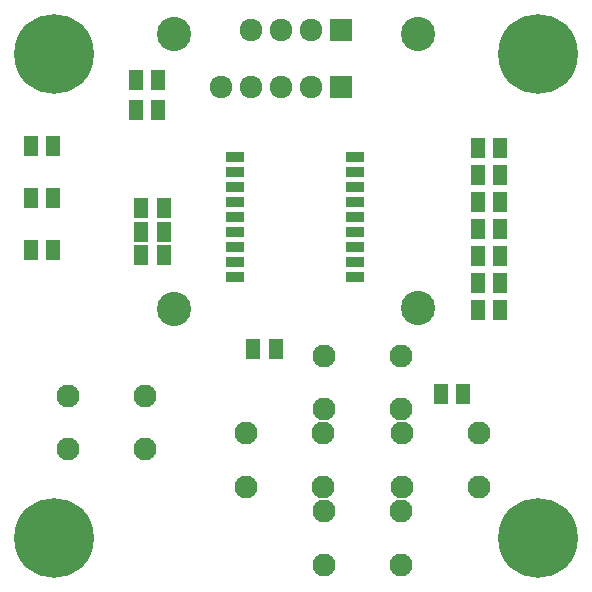
<source format=gts>
G04 (created by PCBNEW (2013-07-07 BZR 4022)-stable) date 3/28/2015 5:28:05 PM*
%MOIN*%
G04 Gerber Fmt 3.4, Leading zero omitted, Abs format*
%FSLAX34Y34*%
G01*
G70*
G90*
G04 APERTURE LIST*
%ADD10C,0.00590551*%
%ADD11C,0.076748*%
%ADD12C,0.265748*%
%ADD13R,0.050748X0.070748*%
%ADD14R,0.060748X0.035748*%
%ADD15R,0.075748X0.075748*%
%ADD16C,0.075748*%
%ADD17C,0.114173*%
G04 APERTURE END LIST*
G54D10*
G54D11*
X50570Y-39822D03*
X50570Y-41594D03*
X53130Y-39822D03*
X53130Y-41594D03*
X47971Y-37224D03*
X47971Y-38996D03*
X50531Y-37224D03*
X50531Y-38996D03*
X47971Y-42421D03*
X47971Y-44193D03*
X50531Y-42421D03*
X50531Y-44193D03*
X45373Y-39822D03*
X45373Y-41594D03*
X47933Y-39822D03*
X47933Y-41594D03*
X39458Y-38562D03*
X39458Y-40334D03*
X42018Y-38562D03*
X42018Y-40334D03*
G54D12*
X55118Y-43307D03*
X38976Y-43307D03*
X55118Y-27165D03*
X38976Y-27165D03*
G54D13*
X52625Y-38500D03*
X51875Y-38500D03*
X45625Y-37000D03*
X46375Y-37000D03*
X41884Y-33885D03*
X42634Y-33885D03*
X41884Y-33098D03*
X42634Y-33098D03*
X41884Y-32311D03*
X42634Y-32311D03*
X38957Y-33700D03*
X38207Y-33700D03*
X38957Y-31968D03*
X38207Y-31968D03*
X38957Y-30236D03*
X38207Y-30236D03*
X41705Y-29023D03*
X42455Y-29023D03*
X41705Y-28023D03*
X42455Y-28023D03*
X53860Y-34806D03*
X53110Y-34806D03*
X53860Y-33006D03*
X53110Y-33006D03*
X53860Y-31206D03*
X53110Y-31206D03*
X53860Y-30306D03*
X53110Y-30306D03*
G54D14*
X45007Y-34598D03*
X45007Y-34098D03*
X45007Y-32598D03*
X45007Y-32098D03*
X49007Y-34598D03*
X49007Y-34098D03*
X49007Y-33598D03*
X49007Y-33098D03*
X49007Y-32598D03*
X49007Y-32098D03*
X49007Y-31598D03*
X49007Y-31098D03*
X49007Y-30598D03*
X45007Y-30598D03*
X45007Y-31098D03*
X45007Y-31598D03*
X45007Y-33098D03*
X45007Y-33598D03*
G54D13*
X53110Y-35706D03*
X53860Y-35706D03*
X53110Y-33906D03*
X53860Y-33906D03*
X53110Y-32106D03*
X53860Y-32106D03*
G54D15*
X48547Y-26377D03*
G54D16*
X47547Y-26377D03*
X46547Y-26377D03*
X45547Y-26377D03*
G54D17*
X51122Y-35649D03*
X42972Y-35669D03*
X51122Y-26515D03*
X42972Y-26515D03*
G54D15*
X48535Y-28267D03*
G54D16*
X47535Y-28267D03*
X46535Y-28267D03*
X45535Y-28267D03*
X44535Y-28267D03*
M02*

</source>
